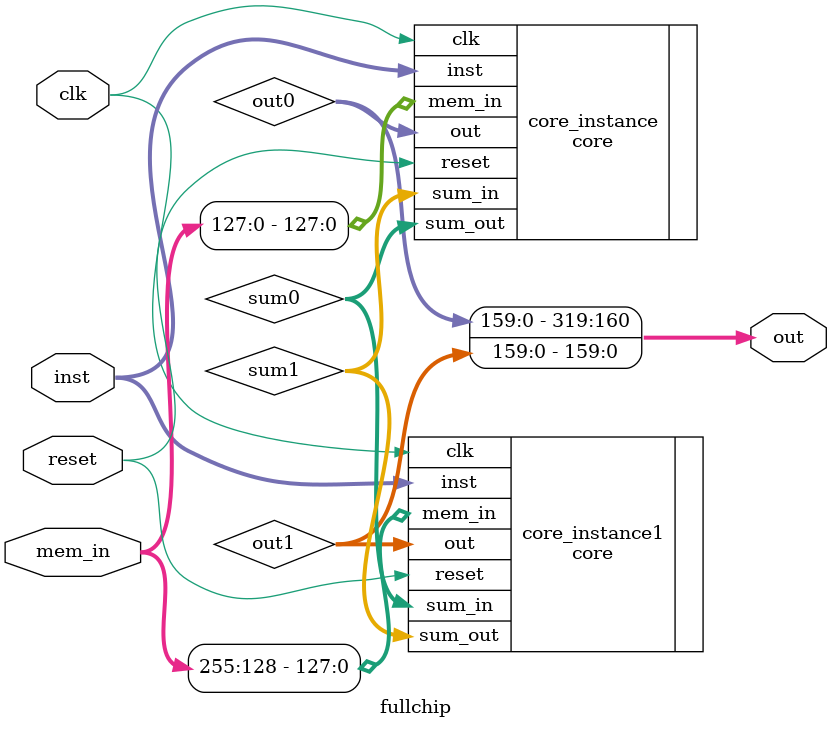
<source format=v>
module fullchip (clk, mem_in, inst, out, reset);

parameter col = 8;
parameter bw = 8;
parameter bw_psum = 2*bw+4;
parameter pr = 16;

input  clk; 
input  [2*pr*bw-1:0] mem_in; 
input  [19:0] inst; 
input  reset;
output [2*col*bw_psum-1:0] out;

wire [bw_psum+3:0] sum0;
wire [bw_psum+3:0] sum1;
wire [col*bw_psum-1:0] out0;
wire [col*bw_psum-1:0] out1;

assign out = {out0, out1};


core #(.bw(bw), .bw_psum(bw_psum), .col(col), .pr(pr)) core_instance (
      .reset(reset), 
      .clk(clk), 
      .mem_in(mem_in[pr*bw-1:0]), 
      .inst(inst),
      .sum_in(sum1),
      .sum_out(sum0),
      .out(out0)
);

core #(.bw(bw), .bw_psum(bw_psum), .col(col), .pr(pr)) core_instance1 (
      .reset(reset), 
      .clk(clk), 
      .mem_in(mem_in[2*pr*bw-1:pr*bw]), 
      .inst(inst),
      .sum_in(sum0),
      .sum_out(sum1),
      .out(out1)
);



endmodule

</source>
